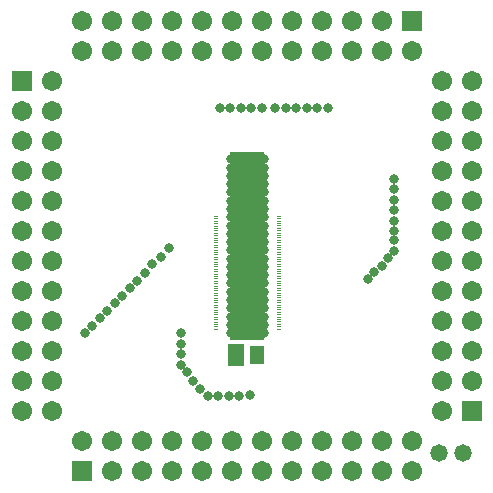
<source format=gts>
G04*
G04 #@! TF.GenerationSoftware,Altium Limited,Altium Designer,19.1.5 (86)*
G04*
G04 Layer_Color=8388736*
%FSLAX25Y25*%
%MOIN*%
G70*
G01*
G75*
%ADD17C,0.00400*%
%ADD18R,0.11811X0.62992*%
%ADD19R,0.05800X0.07300*%
%ADD20R,0.04800X0.06300*%
%ADD21C,0.06706*%
%ADD22R,0.06706X0.06706*%
%ADD23R,0.06706X0.06706*%
%ADD24C,0.05800*%
%ADD25C,0.03162*%
D17*
X89937Y52500D02*
X90937D01*
X89937Y53300D02*
X90937D01*
X89937Y54900D02*
X90937D01*
X89937Y54100D02*
X90937D01*
X89937Y57300D02*
X90937D01*
X89937Y58100D02*
X90937D01*
X89937Y56500D02*
X90937D01*
X89937Y55700D02*
X90937D01*
X89937Y62100D02*
X90937D01*
X89937Y62900D02*
X90937D01*
X89937Y64500D02*
X90937D01*
X89937Y63700D02*
X90937D01*
X89937Y60500D02*
X90937D01*
X89937Y61300D02*
X90937D01*
X89937Y59700D02*
X90937D01*
X89937Y58900D02*
X90937D01*
X89937Y71700D02*
X90937D01*
X89937Y72500D02*
X90937D01*
X89937Y74100D02*
X90937D01*
X89937Y73300D02*
X90937D01*
X89937Y76500D02*
X90937D01*
X89937Y77300D02*
X90937D01*
X89937Y75700D02*
X90937D01*
X89937Y74900D02*
X90937D01*
X89937Y68500D02*
X90937D01*
X89937Y69300D02*
X90937D01*
X89937Y70900D02*
X90937D01*
X89937Y70100D02*
X90937D01*
X89937Y66900D02*
X90937D01*
X89937Y67700D02*
X90937D01*
X89937Y66100D02*
X90937D01*
X89937Y65300D02*
X90937D01*
X89937Y84500D02*
X90937D01*
X89937Y85300D02*
X90937D01*
X89937Y86900D02*
X90937D01*
X89937Y86100D02*
X90937D01*
X89937Y89300D02*
X90937D01*
X89937Y90100D02*
X90937D01*
X89937Y88500D02*
X90937D01*
X89937Y87700D02*
X90937D01*
X89937Y81300D02*
X90937D01*
X89937Y82100D02*
X90937D01*
X89937Y83700D02*
X90937D01*
X89937Y82900D02*
X90937D01*
X89937Y79700D02*
X90937D01*
X89937Y80500D02*
X90937D01*
X89937Y78900D02*
X90937D01*
X89937Y78100D02*
X90937D01*
X69063Y64437D02*
X70063D01*
X69063Y63637D02*
X70063D01*
X69063Y62037D02*
X70063D01*
X69063Y62837D02*
X70063D01*
X69063Y59637D02*
X70063D01*
X69063Y58837D02*
X70063D01*
X69063Y60437D02*
X70063D01*
X69063Y61237D02*
X70063D01*
X69063Y54837D02*
X70063D01*
X69063Y54037D02*
X70063D01*
X69063Y52437D02*
X70063D01*
X69063Y53237D02*
X70063D01*
X69063Y56437D02*
X70063D01*
X69063Y55637D02*
X70063D01*
X69063Y57237D02*
X70063D01*
X69063Y58037D02*
X70063D01*
X69063Y77237D02*
X70063D01*
X69063Y76437D02*
X70063D01*
X69063Y74837D02*
X70063D01*
X69063Y75637D02*
X70063D01*
X69063Y72437D02*
X70063D01*
X69063Y71637D02*
X70063D01*
X69063Y73237D02*
X70063D01*
X69063Y74037D02*
X70063D01*
X69063Y67637D02*
X70063D01*
X69063Y66837D02*
X70063D01*
X69063Y65237D02*
X70063D01*
X69063Y66037D02*
X70063D01*
X69063Y69237D02*
X70063D01*
X69063Y68437D02*
X70063D01*
X69063Y70037D02*
X70063D01*
X69063Y70837D02*
X70063D01*
X69063Y83637D02*
X70063D01*
X69063Y82837D02*
X70063D01*
X69063Y81237D02*
X70063D01*
X69063Y82037D02*
X70063D01*
X69063Y78837D02*
X70063D01*
X69063Y78037D02*
X70063D01*
X69063Y79637D02*
X70063D01*
X69063Y80437D02*
X70063D01*
X69063Y86837D02*
X70063D01*
X69063Y86037D02*
X70063D01*
X69063Y84437D02*
X70063D01*
X69063Y85237D02*
X70063D01*
X69063Y88437D02*
X70063D01*
X69063Y87637D02*
X70063D01*
X69063Y89237D02*
X70063D01*
X69063Y90037D02*
X70063D01*
D18*
X80094Y79996D02*
D03*
D19*
X76500Y43600D02*
D03*
D20*
X83500D02*
D03*
D21*
X25000Y145000D02*
D03*
X35000D02*
D03*
X45000D02*
D03*
X55000D02*
D03*
X65000D02*
D03*
X75000D02*
D03*
X85000D02*
D03*
X95000D02*
D03*
X105000D02*
D03*
X115000D02*
D03*
X125000D02*
D03*
X135000D02*
D03*
X25000Y155000D02*
D03*
X35000D02*
D03*
X45000D02*
D03*
X55000D02*
D03*
X65000D02*
D03*
X75000D02*
D03*
X85000D02*
D03*
X95000D02*
D03*
X105000D02*
D03*
X115000D02*
D03*
X125000D02*
D03*
X145000Y135000D02*
D03*
Y125000D02*
D03*
Y115000D02*
D03*
Y105000D02*
D03*
Y95000D02*
D03*
Y85000D02*
D03*
Y75000D02*
D03*
Y65000D02*
D03*
Y55000D02*
D03*
Y45000D02*
D03*
Y35000D02*
D03*
Y25000D02*
D03*
X155000Y135000D02*
D03*
Y125000D02*
D03*
Y115000D02*
D03*
Y105000D02*
D03*
Y95000D02*
D03*
Y85000D02*
D03*
Y75000D02*
D03*
Y65000D02*
D03*
Y55000D02*
D03*
Y45000D02*
D03*
Y35000D02*
D03*
X135000Y15000D02*
D03*
X125000D02*
D03*
X115000D02*
D03*
X105000D02*
D03*
X95000D02*
D03*
X85000D02*
D03*
X75000D02*
D03*
X65000D02*
D03*
X55000D02*
D03*
X45000D02*
D03*
X35000D02*
D03*
X25000D02*
D03*
X135000Y5000D02*
D03*
X125000D02*
D03*
X115000D02*
D03*
X105000D02*
D03*
X95000D02*
D03*
X85000D02*
D03*
X75000D02*
D03*
X65000D02*
D03*
X55000D02*
D03*
X45000D02*
D03*
X35000D02*
D03*
X15000Y25000D02*
D03*
Y35000D02*
D03*
Y45000D02*
D03*
Y55000D02*
D03*
Y65000D02*
D03*
Y75000D02*
D03*
Y85000D02*
D03*
Y95000D02*
D03*
Y105000D02*
D03*
Y115000D02*
D03*
Y125000D02*
D03*
Y135000D02*
D03*
X5000Y25000D02*
D03*
Y35000D02*
D03*
Y45000D02*
D03*
Y55000D02*
D03*
Y65000D02*
D03*
Y75000D02*
D03*
Y85000D02*
D03*
Y95000D02*
D03*
Y105000D02*
D03*
Y115000D02*
D03*
Y125000D02*
D03*
D22*
X135000Y155000D02*
D03*
X25000Y5000D02*
D03*
D23*
X155000Y25000D02*
D03*
X5000Y135000D02*
D03*
D24*
X144000Y11000D02*
D03*
X152000D02*
D03*
D25*
X82862Y53760D02*
D03*
X77350Y108925D02*
D03*
X85000Y126000D02*
D03*
X81500D02*
D03*
X74500D02*
D03*
X78000D02*
D03*
X71000D02*
D03*
X89500D02*
D03*
X93000D02*
D03*
X100000D02*
D03*
X96500D02*
D03*
X103500D02*
D03*
X107000D02*
D03*
X129000Y88500D02*
D03*
Y92000D02*
D03*
Y102500D02*
D03*
Y99000D02*
D03*
Y95500D02*
D03*
Y85000D02*
D03*
X125000Y73500D02*
D03*
X122500Y71500D02*
D03*
X120500Y69000D02*
D03*
X129000Y82000D02*
D03*
X127000Y76000D02*
D03*
X129000Y78500D02*
D03*
X81000Y30500D02*
D03*
X77500Y30000D02*
D03*
X74000D02*
D03*
X70500D02*
D03*
X67000D02*
D03*
X64500Y32500D02*
D03*
X62000Y35000D02*
D03*
X60000Y38000D02*
D03*
X58000Y40500D02*
D03*
Y44000D02*
D03*
Y47500D02*
D03*
Y51000D02*
D03*
X26000D02*
D03*
X28500Y53500D02*
D03*
X33500Y58500D02*
D03*
X36000Y61000D02*
D03*
X31000Y56000D02*
D03*
X54000Y79500D02*
D03*
X38500Y63500D02*
D03*
X41000Y66000D02*
D03*
X43500Y68500D02*
D03*
X46000Y71000D02*
D03*
X48500Y74000D02*
D03*
X51500Y76500D02*
D03*
X74594Y106169D02*
D03*
X77350D02*
D03*
X82862D02*
D03*
X85618D02*
D03*
X80106D02*
D03*
X74594Y103414D02*
D03*
X77350D02*
D03*
X82862D02*
D03*
X85618D02*
D03*
X80106D02*
D03*
X74594Y108925D02*
D03*
X82862D02*
D03*
X85618D02*
D03*
X80106D02*
D03*
Y100658D02*
D03*
X85618D02*
D03*
X82862D02*
D03*
X77350D02*
D03*
X74594D02*
D03*
Y92390D02*
D03*
X77350D02*
D03*
X82862D02*
D03*
X85618D02*
D03*
X80106D02*
D03*
Y89634D02*
D03*
X85618D02*
D03*
X82862D02*
D03*
X77350D02*
D03*
X74594D02*
D03*
X80106Y86866D02*
D03*
X85618D02*
D03*
X82862D02*
D03*
X77350D02*
D03*
X74594D02*
D03*
Y81354D02*
D03*
X77350D02*
D03*
X82862D02*
D03*
X85618D02*
D03*
X80106D02*
D03*
Y78599D02*
D03*
X85618D02*
D03*
X82862D02*
D03*
X77350D02*
D03*
X74594D02*
D03*
Y73075D02*
D03*
X77350D02*
D03*
X82862D02*
D03*
X85618D02*
D03*
X80106D02*
D03*
Y75831D02*
D03*
X85618D02*
D03*
X82862D02*
D03*
X77350D02*
D03*
X74594D02*
D03*
Y95134D02*
D03*
X77350D02*
D03*
X82862D02*
D03*
X85618D02*
D03*
X80106D02*
D03*
Y84110D02*
D03*
X85618D02*
D03*
X82862D02*
D03*
X77350D02*
D03*
X74594D02*
D03*
Y97902D02*
D03*
X77350D02*
D03*
X82862D02*
D03*
X85618D02*
D03*
X80106D02*
D03*
Y100658D02*
D03*
X85618D02*
D03*
X82862D02*
D03*
X77350D02*
D03*
X74594D02*
D03*
Y70319D02*
D03*
X77350D02*
D03*
X82862D02*
D03*
X85618D02*
D03*
X80106D02*
D03*
Y67563D02*
D03*
X85618D02*
D03*
X82862D02*
D03*
X77350D02*
D03*
X74594D02*
D03*
Y62039D02*
D03*
X77350D02*
D03*
X82862D02*
D03*
X85618D02*
D03*
X80106D02*
D03*
Y64795D02*
D03*
X85618D02*
D03*
X82862D02*
D03*
X77350D02*
D03*
X74594D02*
D03*
Y53760D02*
D03*
X77350D02*
D03*
X85618D02*
D03*
X80106D02*
D03*
Y51004D02*
D03*
X85618D02*
D03*
X82862D02*
D03*
X77350D02*
D03*
X74594D02*
D03*
Y56528D02*
D03*
X77350D02*
D03*
X82862D02*
D03*
X85618D02*
D03*
X80106D02*
D03*
Y59283D02*
D03*
X85618D02*
D03*
X82862D02*
D03*
X77350D02*
D03*
X74594D02*
D03*
M02*

</source>
